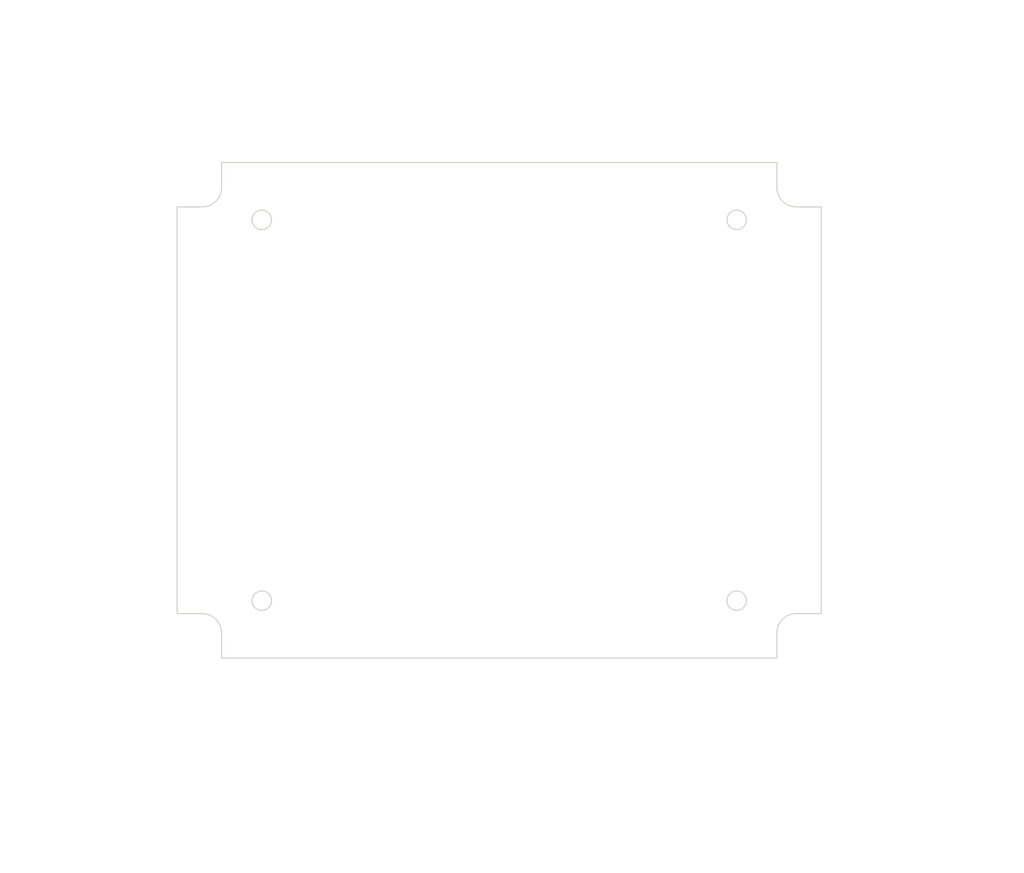
<source format=kicad_pcb>
(kicad_pcb (version 20171130) (host pcbnew "(5.1.0)-1")

  (general
    (thickness 1.6)
    (drawings 64)
    (tracks 0)
    (zones 0)
    (modules 0)
    (nets 1)
  )

  (page A4)
  (layers
    (0 F.Cu signal)
    (31 B.Cu signal)
    (32 B.Adhes user)
    (33 F.Adhes user)
    (34 B.Paste user)
    (35 F.Paste user)
    (36 B.SilkS user)
    (37 F.SilkS user)
    (38 B.Mask user)
    (39 F.Mask user)
    (40 Dwgs.User user)
    (41 Cmts.User user)
    (42 Eco1.User user)
    (43 Eco2.User user)
    (44 Edge.Cuts user)
    (45 Margin user)
    (46 B.CrtYd user)
    (47 F.CrtYd user)
    (48 B.Fab user)
    (49 F.Fab user)
  )

  (setup
    (last_trace_width 0.25)
    (trace_clearance 0.2)
    (zone_clearance 0.508)
    (zone_45_only no)
    (trace_min 0.2)
    (via_size 0.8)
    (via_drill 0.4)
    (via_min_size 0.4)
    (via_min_drill 0.3)
    (uvia_size 0.3)
    (uvia_drill 0.1)
    (uvias_allowed no)
    (uvia_min_size 0.2)
    (uvia_min_drill 0.1)
    (edge_width 0.05)
    (segment_width 0.2)
    (pcb_text_width 0.3)
    (pcb_text_size 1.5 1.5)
    (mod_edge_width 0.12)
    (mod_text_size 1 1)
    (mod_text_width 0.15)
    (pad_size 1.524 1.524)
    (pad_drill 0.762)
    (pad_to_mask_clearance 0.051)
    (solder_mask_min_width 0.25)
    (aux_axis_origin 0 0)
    (visible_elements FFFFFF7F)
    (pcbplotparams
      (layerselection 0x010fc_ffffffff)
      (usegerberextensions false)
      (usegerberattributes false)
      (usegerberadvancedattributes false)
      (creategerberjobfile false)
      (excludeedgelayer true)
      (linewidth 0.152400)
      (plotframeref false)
      (viasonmask false)
      (mode 1)
      (useauxorigin false)
      (hpglpennumber 1)
      (hpglpenspeed 20)
      (hpglpendiameter 15.000000)
      (psnegative false)
      (psa4output false)
      (plotreference true)
      (plotvalue true)
      (plotinvisibletext false)
      (padsonsilk false)
      (subtractmaskfromsilk false)
      (outputformat 1)
      (mirror false)
      (drillshape 1)
      (scaleselection 1)
      (outputdirectory ""))
  )

  (net 0 "")

  (net_class Default "This is the default net class."
    (clearance 0.2)
    (trace_width 0.25)
    (via_dia 0.8)
    (via_drill 0.4)
    (uvia_dia 0.3)
    (uvia_drill 0.1)
  )

  (gr_line (start 79.788832 57.372551) (end 79.788832 52.878021) (layer Edge.Cuts) (width 0.2))
  (gr_arc (start 76.283632 57.372551) (end 76.283632 60.877751) (angle -90) (layer Edge.Cuts) (width 0.2))
  (gr_line (start 71.789102 60.877751) (end 76.283632 60.877751) (layer Edge.Cuts) (width 0.2))
  (gr_line (start 71.789102 134.133891) (end 71.789102 60.877751) (layer Edge.Cuts) (width 0.2))
  (gr_line (start 76.283632 134.133891) (end 71.789102 134.133891) (layer Edge.Cuts) (width 0.2))
  (gr_arc (start 76.283632 137.639091) (end 79.788832 137.639091) (angle -90) (layer Edge.Cuts) (width 0.2))
  (gr_line (start 79.788832 142.133621) (end 79.788832 137.639091) (layer Edge.Cuts) (width 0.2))
  (gr_line (start 179.765772 142.133621) (end 79.788832 142.133621) (layer Edge.Cuts) (width 0.2))
  (gr_line (start 179.765772 137.639091) (end 179.765772 142.133621) (layer Edge.Cuts) (width 0.2))
  (gr_arc (start 183.270972 137.639091) (end 183.270972 134.133891) (angle -90) (layer Edge.Cuts) (width 0.2))
  (gr_line (start 187.765502 134.133891) (end 183.270972 134.133891) (layer Edge.Cuts) (width 0.2))
  (gr_line (start 187.765502 60.877751) (end 187.765502 134.133891) (layer Edge.Cuts) (width 0.2))
  (gr_line (start 183.270972 60.877751) (end 187.765502 60.877751) (layer Edge.Cuts) (width 0.2))
  (gr_arc (start 183.270972 57.372551) (end 179.765772 57.372551) (angle -90) (layer Edge.Cuts) (width 0.2))
  (gr_line (start 179.765772 52.878021) (end 179.765772 57.372551) (layer Edge.Cuts) (width 0.2))
  (gr_line (start 79.788832 52.878021) (end 179.765772 52.878021) (layer Edge.Cuts) (width 0.2))
  (gr_circle (center 87.027302 63.205821) (end 88.779902 63.205821) (layer Edge.Cuts) (width 0.2))
  (gr_circle (center 172.527302 63.205821) (end 174.279902 63.205821) (layer Edge.Cuts) (width 0.2))
  (gr_circle (center 172.527302 131.805821) (end 174.279902 131.805821) (layer Edge.Cuts) (width 0.2))
  (gr_circle (center 87.027302 131.805821) (end 88.779902 131.805821) (layer Edge.Cuts) (width 0.2))
  (gr_line (start 87.027302 63.295821) (end 87.027302 63.115821) (layer Dwgs.User) (width 0.2))
  (gr_line (start 86.937302 63.205821) (end 87.117302 63.205821) (layer Dwgs.User) (width 0.2))
  (gr_text " ∅3.51\n[∅0.14]" (at 103.977783 64.231213) (layer Dwgs.User)
    (effects (font (size 1.7 1.53) (thickness 0.2125)))
  )
  (gr_line (start 99.440914 64.231213) (end 90.767165 63.514742) (layer Dwgs.User) (width 0.2))
  (gr_text [3.37] (at 141.529099 179.503521) (layer Dwgs.User)
    (effects (font (size 1.7 1.53) (thickness 0.2125)))
  )
  (gr_text " 85.50" (at 141.529099 175.946086) (layer Dwgs.User)
    (effects (font (size 1.7 1.53) (thickness 0.2125)))
  )
  (gr_line (start 170.527302 177.61406) (end 145.57371 177.61406) (layer Dwgs.User) (width 0.2))
  (gr_line (start 89.027302 177.61406) (end 137.484488 177.61406) (layer Dwgs.User) (width 0.2))
  (gr_line (start 172.527302 132.805821) (end 172.527302 180.78906) (layer Dwgs.User) (width 0.2))
  (gr_line (start 87.027302 132.805821) (end 87.027302 180.78906) (layer Dwgs.User) (width 0.2))
  (gr_text [2.70] (at 220.248425 103.569356) (layer Dwgs.User)
    (effects (font (size 1.7 1.53) (thickness 0.2125)))
  )
  (gr_text " 68.60" (at 220.248425 100.011921) (layer Dwgs.User)
    (effects (font (size 1.7 1.53) (thickness 0.2125)))
  )
  (gr_line (start 220.248425 65.205821) (end 220.248425 98.122459) (layer Dwgs.User) (width 0.2))
  (gr_line (start 220.248425 129.805821) (end 220.248425 105.23733) (layer Dwgs.User) (width 0.2))
  (gr_line (start 173.527302 63.205821) (end 223.423425 63.205821) (layer Dwgs.User) (width 0.2))
  (gr_line (start 173.527302 131.805821) (end 223.423425 131.805821) (layer Dwgs.User) (width 0.2))
  (gr_text [R0.14] (at 91.166926 76.789732) (layer Dwgs.User)
    (effects (font (size 1.7 1.53) (thickness 0.2125)))
  )
  (gr_text " R3.51" (at 91.166926 73.231717) (layer Dwgs.User)
    (effects (font (size 1.7 1.53) (thickness 0.2125)))
  )
  (gr_line (start 84.696155 74.900271) (end 78.665723 62.335702) (layer Dwgs.User) (width 0.2))
  (gr_line (start 86.696155 74.900271) (end 84.696155 74.900271) (layer Dwgs.User) (width 0.2))
  (gr_text [3.94] (at 138.169931 43.005556) (layer Dwgs.User)
    (effects (font (size 1.7 1.53) (thickness 0.2125)))
  )
  (gr_text " 99.98" (at 138.169931 39.448121) (layer Dwgs.User)
    (effects (font (size 1.7 1.53) (thickness 0.2125)))
  )
  (gr_line (start 81.788832 41.116095) (end 134.120681 41.116095) (layer Dwgs.User) (width 0.2))
  (gr_line (start 177.765772 41.116095) (end 142.219181 41.116095) (layer Dwgs.User) (width 0.2))
  (gr_line (start 79.788832 51.878021) (end 79.788832 37.941095) (layer Dwgs.User) (width 0.2))
  (gr_line (start 179.765772 51.878021) (end 179.765772 37.941095) (layer Dwgs.User) (width 0.2))
  (gr_text [2.88] (at 55.127266 103.163615) (layer Dwgs.User)
    (effects (font (size 1.7 1.53) (thickness 0.2125)))
  )
  (gr_text " 73.26" (at 55.127266 99.6056) (layer Dwgs.User)
    (effects (font (size 1.7 1.53) (thickness 0.2125)))
  )
  (gr_line (start 55.127266 62.877751) (end 55.127266 97.716139) (layer Dwgs.User) (width 0.2))
  (gr_line (start 55.127266 132.133891) (end 55.127266 104.832169) (layer Dwgs.User) (width 0.2))
  (gr_line (start 70.789102 60.877751) (end 51.952266 60.877751) (layer Dwgs.User) (width 0.2))
  (gr_line (start 70.789102 134.133891) (end 51.952266 134.133891) (layer Dwgs.User) (width 0.2))
  (gr_text [3.51] (at 43.928593 106.67366) (layer Dwgs.User)
    (effects (font (size 1.7 1.53) (thickness 0.2125)))
  )
  (gr_text " 89.26" (at 43.928593 103.116225) (layer Dwgs.User)
    (effects (font (size 1.7 1.53) (thickness 0.2125)))
  )
  (gr_line (start 43.928593 54.878021) (end 43.928593 101.226763) (layer Dwgs.User) (width 0.2))
  (gr_line (start 43.928593 140.133621) (end 43.928593 108.341634) (layer Dwgs.User) (width 0.2))
  (gr_line (start 78.788832 52.878021) (end 40.753593 52.878021) (layer Dwgs.User) (width 0.2))
  (gr_line (start 78.788832 142.133621) (end 40.753593 142.133621) (layer Dwgs.User) (width 0.2))
  (gr_text [4.57] (at 126.017753 28.763733) (layer Dwgs.User)
    (effects (font (size 1.7 1.53) (thickness 0.2125)))
  )
  (gr_text " 115.98" (at 126.017753 25.209776) (layer Dwgs.User)
    (effects (font (size 1.7 1.53) (thickness 0.2125)))
  )
  (gr_line (start 73.789102 26.877751) (end 121.308101 26.877751) (layer Dwgs.User) (width 0.2))
  (gr_line (start 185.765502 26.877751) (end 130.727405 26.877751) (layer Dwgs.User) (width 0.2))
  (gr_line (start 71.789102 59.877751) (end 71.789102 23.702751) (layer Dwgs.User) (width 0.2))
  (gr_line (start 187.765502 59.877751) (end 187.765502 23.702751) (layer Dwgs.User) (width 0.2))

)

</source>
